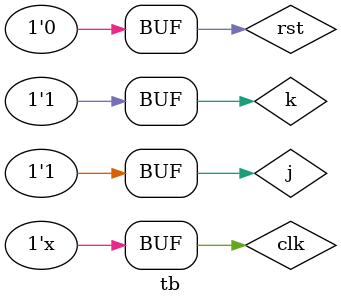
<source format=v>
module tb;

reg j,k;
reg clk,rst;
wire q;

jk j1(j,k,clk,rst,q );

always #5 clk=~clk;
initial
 begin
 $monitor($time, j ,k ,q); 
  clk=0;rst=1;j=0;k=0;
   
   #6 rst=0;
   
   #4 j=0;k=1;
   #4 j=1;k=0;
   #4 j=1;k=1;//18
     
   
   
   
 
 
 end
 
endmodule

</source>
